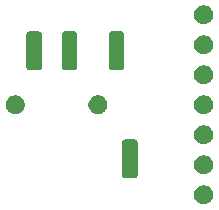
<source format=gbr>
G04 #@! TF.GenerationSoftware,KiCad,Pcbnew,(5.1.5)-3*
G04 #@! TF.CreationDate,2020-12-21T12:58:05+01:00*
G04 #@! TF.ProjectId,epimetheus_max30102,6570696d-6574-4686-9575-735f6d617833,rev?*
G04 #@! TF.SameCoordinates,Original*
G04 #@! TF.FileFunction,Soldermask,Top*
G04 #@! TF.FilePolarity,Negative*
%FSLAX46Y46*%
G04 Gerber Fmt 4.6, Leading zero omitted, Abs format (unit mm)*
G04 Created by KiCad (PCBNEW (5.1.5)-3) date 2020-12-21 12:58:05*
%MOMM*%
%LPD*%
G04 APERTURE LIST*
%ADD10C,0.100000*%
G04 APERTURE END LIST*
D10*
G36*
X179561142Y-37826242D02*
G01*
X179709101Y-37887529D01*
X179842255Y-37976499D01*
X179955501Y-38089745D01*
X180044471Y-38222899D01*
X180105758Y-38370858D01*
X180137000Y-38527925D01*
X180137000Y-38688075D01*
X180105758Y-38845142D01*
X180044471Y-38993101D01*
X179955501Y-39126255D01*
X179842255Y-39239501D01*
X179709101Y-39328471D01*
X179561142Y-39389758D01*
X179404075Y-39421000D01*
X179243925Y-39421000D01*
X179086858Y-39389758D01*
X178938899Y-39328471D01*
X178805745Y-39239501D01*
X178692499Y-39126255D01*
X178603529Y-38993101D01*
X178542242Y-38845142D01*
X178511000Y-38688075D01*
X178511000Y-38527925D01*
X178542242Y-38370858D01*
X178603529Y-38222899D01*
X178692499Y-38089745D01*
X178805745Y-37976499D01*
X178938899Y-37887529D01*
X179086858Y-37826242D01*
X179243925Y-37795000D01*
X179404075Y-37795000D01*
X179561142Y-37826242D01*
G37*
G36*
X173512192Y-33914646D02*
G01*
X173561414Y-33929578D01*
X173606778Y-33953826D01*
X173646542Y-33986458D01*
X173679174Y-34026222D01*
X173703422Y-34071586D01*
X173718354Y-34120808D01*
X173724000Y-34178140D01*
X173724000Y-36941860D01*
X173718354Y-36999192D01*
X173703422Y-37048414D01*
X173679174Y-37093778D01*
X173646542Y-37133542D01*
X173606778Y-37166174D01*
X173561414Y-37190422D01*
X173512192Y-37205354D01*
X173454860Y-37211000D01*
X172691140Y-37211000D01*
X172633808Y-37205354D01*
X172584586Y-37190422D01*
X172539222Y-37166174D01*
X172499458Y-37133542D01*
X172466826Y-37093778D01*
X172442578Y-37048414D01*
X172427646Y-36999192D01*
X172422000Y-36941860D01*
X172422000Y-34178140D01*
X172427646Y-34120808D01*
X172442578Y-34071586D01*
X172466826Y-34026222D01*
X172499458Y-33986458D01*
X172539222Y-33953826D01*
X172584586Y-33929578D01*
X172633808Y-33914646D01*
X172691140Y-33909000D01*
X173454860Y-33909000D01*
X173512192Y-33914646D01*
G37*
G36*
X179561142Y-35286242D02*
G01*
X179709101Y-35347529D01*
X179842255Y-35436499D01*
X179955501Y-35549745D01*
X180044471Y-35682899D01*
X180105758Y-35830858D01*
X180137000Y-35987925D01*
X180137000Y-36148075D01*
X180105758Y-36305142D01*
X180044471Y-36453101D01*
X179955501Y-36586255D01*
X179842255Y-36699501D01*
X179709101Y-36788471D01*
X179561142Y-36849758D01*
X179404075Y-36881000D01*
X179243925Y-36881000D01*
X179086858Y-36849758D01*
X178938899Y-36788471D01*
X178805745Y-36699501D01*
X178692499Y-36586255D01*
X178603529Y-36453101D01*
X178542242Y-36305142D01*
X178511000Y-36148075D01*
X178511000Y-35987925D01*
X178542242Y-35830858D01*
X178603529Y-35682899D01*
X178692499Y-35549745D01*
X178805745Y-35436499D01*
X178938899Y-35347529D01*
X179086858Y-35286242D01*
X179243925Y-35255000D01*
X179404075Y-35255000D01*
X179561142Y-35286242D01*
G37*
G36*
X179561142Y-32746242D02*
G01*
X179709101Y-32807529D01*
X179842255Y-32896499D01*
X179955501Y-33009745D01*
X180044471Y-33142899D01*
X180105758Y-33290858D01*
X180137000Y-33447925D01*
X180137000Y-33608075D01*
X180105758Y-33765142D01*
X180044471Y-33913101D01*
X179955501Y-34046255D01*
X179842255Y-34159501D01*
X179709101Y-34248471D01*
X179561142Y-34309758D01*
X179404075Y-34341000D01*
X179243925Y-34341000D01*
X179086858Y-34309758D01*
X178938899Y-34248471D01*
X178805745Y-34159501D01*
X178692499Y-34046255D01*
X178603529Y-33913101D01*
X178542242Y-33765142D01*
X178511000Y-33608075D01*
X178511000Y-33447925D01*
X178542242Y-33290858D01*
X178603529Y-33142899D01*
X178692499Y-33009745D01*
X178805745Y-32896499D01*
X178938899Y-32807529D01*
X179086858Y-32746242D01*
X179243925Y-32715000D01*
X179404075Y-32715000D01*
X179561142Y-32746242D01*
G37*
G36*
X179561142Y-30206242D02*
G01*
X179709101Y-30267529D01*
X179842255Y-30356499D01*
X179955501Y-30469745D01*
X180044471Y-30602899D01*
X180105758Y-30750858D01*
X180137000Y-30907925D01*
X180137000Y-31068075D01*
X180105758Y-31225142D01*
X180044471Y-31373101D01*
X179955501Y-31506255D01*
X179842255Y-31619501D01*
X179709101Y-31708471D01*
X179561142Y-31769758D01*
X179404075Y-31801000D01*
X179243925Y-31801000D01*
X179086858Y-31769758D01*
X178938899Y-31708471D01*
X178805745Y-31619501D01*
X178692499Y-31506255D01*
X178603529Y-31373101D01*
X178542242Y-31225142D01*
X178511000Y-31068075D01*
X178511000Y-30907925D01*
X178542242Y-30750858D01*
X178603529Y-30602899D01*
X178692499Y-30469745D01*
X178805745Y-30356499D01*
X178938899Y-30267529D01*
X179086858Y-30206242D01*
X179243925Y-30175000D01*
X179404075Y-30175000D01*
X179561142Y-30206242D01*
G37*
G36*
X170606642Y-30217781D02*
G01*
X170752414Y-30278162D01*
X170752416Y-30278163D01*
X170883608Y-30365822D01*
X170995178Y-30477392D01*
X171079038Y-30602899D01*
X171082838Y-30608586D01*
X171143219Y-30754358D01*
X171174000Y-30909107D01*
X171174000Y-31066893D01*
X171143219Y-31221642D01*
X171082838Y-31367414D01*
X171082837Y-31367416D01*
X170995178Y-31498608D01*
X170883608Y-31610178D01*
X170752416Y-31697837D01*
X170752415Y-31697838D01*
X170752414Y-31697838D01*
X170606642Y-31758219D01*
X170451893Y-31789000D01*
X170294107Y-31789000D01*
X170139358Y-31758219D01*
X169993586Y-31697838D01*
X169993585Y-31697838D01*
X169993584Y-31697837D01*
X169862392Y-31610178D01*
X169750822Y-31498608D01*
X169663163Y-31367416D01*
X169663162Y-31367414D01*
X169602781Y-31221642D01*
X169572000Y-31066893D01*
X169572000Y-30909107D01*
X169602781Y-30754358D01*
X169663162Y-30608586D01*
X169666962Y-30602899D01*
X169750822Y-30477392D01*
X169862392Y-30365822D01*
X169993584Y-30278163D01*
X169993586Y-30278162D01*
X170139358Y-30217781D01*
X170294107Y-30187000D01*
X170451893Y-30187000D01*
X170606642Y-30217781D01*
G37*
G36*
X163606642Y-30217781D02*
G01*
X163752414Y-30278162D01*
X163752416Y-30278163D01*
X163883608Y-30365822D01*
X163995178Y-30477392D01*
X164079038Y-30602899D01*
X164082838Y-30608586D01*
X164143219Y-30754358D01*
X164174000Y-30909107D01*
X164174000Y-31066893D01*
X164143219Y-31221642D01*
X164082838Y-31367414D01*
X164082837Y-31367416D01*
X163995178Y-31498608D01*
X163883608Y-31610178D01*
X163752416Y-31697837D01*
X163752415Y-31697838D01*
X163752414Y-31697838D01*
X163606642Y-31758219D01*
X163451893Y-31789000D01*
X163294107Y-31789000D01*
X163139358Y-31758219D01*
X162993586Y-31697838D01*
X162993585Y-31697838D01*
X162993584Y-31697837D01*
X162862392Y-31610178D01*
X162750822Y-31498608D01*
X162663163Y-31367416D01*
X162663162Y-31367414D01*
X162602781Y-31221642D01*
X162572000Y-31066893D01*
X162572000Y-30909107D01*
X162602781Y-30754358D01*
X162663162Y-30608586D01*
X162666962Y-30602899D01*
X162750822Y-30477392D01*
X162862392Y-30365822D01*
X162993584Y-30278163D01*
X162993586Y-30278162D01*
X163139358Y-30217781D01*
X163294107Y-30187000D01*
X163451893Y-30187000D01*
X163606642Y-30217781D01*
G37*
G36*
X179561142Y-27666242D02*
G01*
X179709101Y-27727529D01*
X179842255Y-27816499D01*
X179955501Y-27929745D01*
X180044471Y-28062899D01*
X180105758Y-28210858D01*
X180137000Y-28367925D01*
X180137000Y-28528075D01*
X180105758Y-28685142D01*
X180044471Y-28833101D01*
X179955501Y-28966255D01*
X179842255Y-29079501D01*
X179709101Y-29168471D01*
X179561142Y-29229758D01*
X179404075Y-29261000D01*
X179243925Y-29261000D01*
X179086858Y-29229758D01*
X178938899Y-29168471D01*
X178805745Y-29079501D01*
X178692499Y-28966255D01*
X178603529Y-28833101D01*
X178542242Y-28685142D01*
X178511000Y-28528075D01*
X178511000Y-28367925D01*
X178542242Y-28210858D01*
X178603529Y-28062899D01*
X178692499Y-27929745D01*
X178805745Y-27816499D01*
X178938899Y-27727529D01*
X179086858Y-27666242D01*
X179243925Y-27635000D01*
X179404075Y-27635000D01*
X179561142Y-27666242D01*
G37*
G36*
X165412192Y-24770646D02*
G01*
X165461414Y-24785578D01*
X165506778Y-24809826D01*
X165546542Y-24842458D01*
X165579174Y-24882222D01*
X165603422Y-24927586D01*
X165618354Y-24976808D01*
X165624000Y-25034140D01*
X165624000Y-27797860D01*
X165618354Y-27855192D01*
X165603422Y-27904414D01*
X165579174Y-27949778D01*
X165546542Y-27989542D01*
X165506778Y-28022174D01*
X165461414Y-28046422D01*
X165412192Y-28061354D01*
X165354860Y-28067000D01*
X164591140Y-28067000D01*
X164533808Y-28061354D01*
X164484586Y-28046422D01*
X164439222Y-28022174D01*
X164399458Y-27989542D01*
X164366826Y-27949778D01*
X164342578Y-27904414D01*
X164327646Y-27855192D01*
X164322000Y-27797860D01*
X164322000Y-25034140D01*
X164327646Y-24976808D01*
X164342578Y-24927586D01*
X164366826Y-24882222D01*
X164399458Y-24842458D01*
X164439222Y-24809826D01*
X164484586Y-24785578D01*
X164533808Y-24770646D01*
X164591140Y-24765000D01*
X165354860Y-24765000D01*
X165412192Y-24770646D01*
G37*
G36*
X168412192Y-24770646D02*
G01*
X168461414Y-24785578D01*
X168506778Y-24809826D01*
X168546542Y-24842458D01*
X168579174Y-24882222D01*
X168603422Y-24927586D01*
X168618354Y-24976808D01*
X168624000Y-25034140D01*
X168624000Y-27797860D01*
X168618354Y-27855192D01*
X168603422Y-27904414D01*
X168579174Y-27949778D01*
X168546542Y-27989542D01*
X168506778Y-28022174D01*
X168461414Y-28046422D01*
X168412192Y-28061354D01*
X168354860Y-28067000D01*
X167591140Y-28067000D01*
X167533808Y-28061354D01*
X167484586Y-28046422D01*
X167439222Y-28022174D01*
X167399458Y-27989542D01*
X167366826Y-27949778D01*
X167342578Y-27904414D01*
X167327646Y-27855192D01*
X167322000Y-27797860D01*
X167322000Y-25034140D01*
X167327646Y-24976808D01*
X167342578Y-24927586D01*
X167366826Y-24882222D01*
X167399458Y-24842458D01*
X167439222Y-24809826D01*
X167484586Y-24785578D01*
X167533808Y-24770646D01*
X167591140Y-24765000D01*
X168354860Y-24765000D01*
X168412192Y-24770646D01*
G37*
G36*
X172397192Y-24770646D02*
G01*
X172446414Y-24785578D01*
X172491778Y-24809826D01*
X172531542Y-24842458D01*
X172564174Y-24882222D01*
X172588422Y-24927586D01*
X172603354Y-24976808D01*
X172609000Y-25034140D01*
X172609000Y-27797860D01*
X172603354Y-27855192D01*
X172588422Y-27904414D01*
X172564174Y-27949778D01*
X172531542Y-27989542D01*
X172491778Y-28022174D01*
X172446414Y-28046422D01*
X172397192Y-28061354D01*
X172339860Y-28067000D01*
X171576140Y-28067000D01*
X171518808Y-28061354D01*
X171469586Y-28046422D01*
X171424222Y-28022174D01*
X171384458Y-27989542D01*
X171351826Y-27949778D01*
X171327578Y-27904414D01*
X171312646Y-27855192D01*
X171307000Y-27797860D01*
X171307000Y-25034140D01*
X171312646Y-24976808D01*
X171327578Y-24927586D01*
X171351826Y-24882222D01*
X171384458Y-24842458D01*
X171424222Y-24809826D01*
X171469586Y-24785578D01*
X171518808Y-24770646D01*
X171576140Y-24765000D01*
X172339860Y-24765000D01*
X172397192Y-24770646D01*
G37*
G36*
X179561142Y-25126242D02*
G01*
X179709101Y-25187529D01*
X179842255Y-25276499D01*
X179955501Y-25389745D01*
X180044471Y-25522899D01*
X180105758Y-25670858D01*
X180137000Y-25827925D01*
X180137000Y-25988075D01*
X180105758Y-26145142D01*
X180044471Y-26293101D01*
X179955501Y-26426255D01*
X179842255Y-26539501D01*
X179709101Y-26628471D01*
X179561142Y-26689758D01*
X179404075Y-26721000D01*
X179243925Y-26721000D01*
X179086858Y-26689758D01*
X178938899Y-26628471D01*
X178805745Y-26539501D01*
X178692499Y-26426255D01*
X178603529Y-26293101D01*
X178542242Y-26145142D01*
X178511000Y-25988075D01*
X178511000Y-25827925D01*
X178542242Y-25670858D01*
X178603529Y-25522899D01*
X178692499Y-25389745D01*
X178805745Y-25276499D01*
X178938899Y-25187529D01*
X179086858Y-25126242D01*
X179243925Y-25095000D01*
X179404075Y-25095000D01*
X179561142Y-25126242D01*
G37*
G36*
X179561142Y-22586242D02*
G01*
X179709101Y-22647529D01*
X179842255Y-22736499D01*
X179955501Y-22849745D01*
X180044471Y-22982899D01*
X180105758Y-23130858D01*
X180137000Y-23287925D01*
X180137000Y-23448075D01*
X180105758Y-23605142D01*
X180044471Y-23753101D01*
X179955501Y-23886255D01*
X179842255Y-23999501D01*
X179709101Y-24088471D01*
X179561142Y-24149758D01*
X179404075Y-24181000D01*
X179243925Y-24181000D01*
X179086858Y-24149758D01*
X178938899Y-24088471D01*
X178805745Y-23999501D01*
X178692499Y-23886255D01*
X178603529Y-23753101D01*
X178542242Y-23605142D01*
X178511000Y-23448075D01*
X178511000Y-23287925D01*
X178542242Y-23130858D01*
X178603529Y-22982899D01*
X178692499Y-22849745D01*
X178805745Y-22736499D01*
X178938899Y-22647529D01*
X179086858Y-22586242D01*
X179243925Y-22555000D01*
X179404075Y-22555000D01*
X179561142Y-22586242D01*
G37*
M02*

</source>
